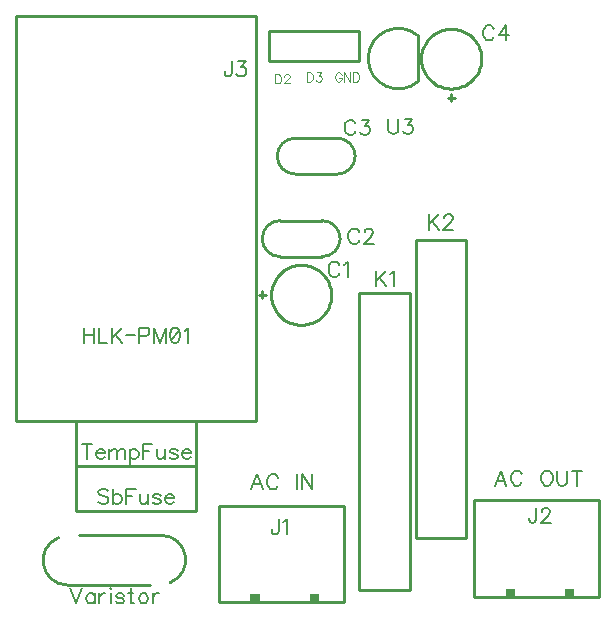
<source format=gbr>
G04 DipTrace 3.0.0.2*
G04 TopSilk.gbr*
%MOMM*%
G04 #@! TF.FileFunction,Legend,Top*
G04 #@! TF.Part,Single*
%ADD10C,0.25*%
%ADD63C,0.19608*%
%ADD64C,0.11765*%
%FSLAX35Y35*%
G04*
G71*
G90*
G75*
G01*
G04 TopSilk*
%LPD*%
X3084160Y3591827D2*
D10*
Y3651873D1*
X3054140Y3621850D2*
X3114118D1*
X3160223D2*
X3160841Y3639568D1*
X3162694Y3657200D1*
X3165771Y3674660D1*
X3170059Y3691862D1*
X3175535Y3708723D1*
X3182174Y3725161D1*
X3189943Y3741096D1*
X3198805Y3756449D1*
X3208715Y3771147D1*
X3219626Y3785118D1*
X3231485Y3798293D1*
X3244234Y3810609D1*
X3257810Y3822005D1*
X3272148Y3832426D1*
X3287178Y3841820D1*
X3302826Y3850144D1*
X3319017Y3857355D1*
X3335670Y3863418D1*
X3352707Y3868305D1*
X3370042Y3871991D1*
X3387592Y3874459D1*
X3405272Y3875695D1*
X3422994D1*
X3440674Y3874459D1*
X3458224Y3871991D1*
X3475560Y3868305D1*
X3492596Y3863418D1*
X3509250Y3857355D1*
X3525440Y3850144D1*
X3541088Y3841820D1*
X3556118Y3832426D1*
X3570456Y3822005D1*
X3584032Y3810609D1*
X3596781Y3798293D1*
X3608640Y3785118D1*
X3619551Y3771147D1*
X3629461Y3756449D1*
X3638323Y3741096D1*
X3646092Y3725161D1*
X3652731Y3708723D1*
X3658207Y3691862D1*
X3662495Y3674660D1*
X3665572Y3657200D1*
X3667425Y3639568D1*
X3668043Y3621850D1*
X3667425Y3604132D1*
X3665572Y3586500D1*
X3662495Y3569040D1*
X3658207Y3551838D1*
X3652731Y3534977D1*
X3646092Y3518539D1*
X3638323Y3502604D1*
X3629461Y3487251D1*
X3619551Y3472553D1*
X3608640Y3458582D1*
X3596781Y3445407D1*
X3584032Y3433091D1*
X3570456Y3421695D1*
X3556118Y3411274D1*
X3541088Y3401880D1*
X3525440Y3393556D1*
X3509250Y3386345D1*
X3492596Y3380282D1*
X3475560Y3375395D1*
X3458224Y3371709D1*
X3440674Y3369241D1*
X3422994Y3368005D1*
X3405272D1*
X3387592Y3369241D1*
X3370042Y3371709D1*
X3352707Y3375395D1*
X3335670Y3380282D1*
X3319017Y3386345D1*
X3302826Y3393556D1*
X3287178Y3401880D1*
X3272148Y3411274D1*
X3257810Y3421695D1*
X3244234Y3433091D1*
X3231485Y3445407D1*
X3219626Y3458582D1*
X3208715Y3472553D1*
X3198805Y3487251D1*
X3189943Y3502604D1*
X3182174Y3518539D1*
X3175535Y3534977D1*
X3170059Y3551838D1*
X3165771Y3569040D1*
X3162694Y3586500D1*
X3160841Y3604132D1*
X3160223Y3621850D1*
X3236411Y3945700D2*
X3591706D1*
X3236411Y4250500D2*
X3591706D1*
Y3945700D2*
G03X3591706Y4250500I152J152400D01*
G01*
X3236411D2*
G03X3236411Y3945700I-152J-152400D01*
G01*
X3363411Y4644200D2*
X3718706D1*
X3363411Y4949000D2*
X3718706D1*
Y4644200D2*
G03X3718706Y4949000I152J152400D01*
G01*
X3363411D2*
G03X3363411Y4644200I-152J-152400D01*
G01*
X4714081Y5292202D2*
X4654036D1*
X4684058Y5262182D2*
Y5322160D1*
X4430058Y5622175D2*
X4430677Y5639886D1*
X4432530Y5657512D1*
X4435609Y5674966D1*
X4439898Y5692162D1*
X4445377Y5709017D1*
X4452018Y5725449D1*
X4459790Y5741378D1*
X4468654Y5756727D1*
X4478568Y5771419D1*
X4489483Y5785385D1*
X4501346Y5798556D1*
X4514099Y5810867D1*
X4527680Y5822259D1*
X4542023Y5832676D1*
X4557058Y5842067D1*
X4572712Y5850388D1*
X4588908Y5857596D1*
X4605568Y5863658D1*
X4622610Y5868543D1*
X4639952Y5872228D1*
X4657508Y5874694D1*
X4675194Y5875930D1*
X4692923D1*
X4710609Y5874694D1*
X4728165Y5872228D1*
X4745507Y5868543D1*
X4762549Y5863658D1*
X4779209Y5857596D1*
X4795405Y5850388D1*
X4811058Y5842067D1*
X4826093Y5832676D1*
X4840436Y5822259D1*
X4854018Y5810867D1*
X4866771Y5798556D1*
X4878634Y5785385D1*
X4889549Y5771419D1*
X4899463Y5756727D1*
X4908327Y5741378D1*
X4916099Y5725449D1*
X4922740Y5709017D1*
X4928219Y5692162D1*
X4932508Y5674966D1*
X4935587Y5657512D1*
X4937440Y5639886D1*
X4938058Y5622175D1*
X4937440Y5604463D1*
X4935587Y5586837D1*
X4932508Y5569384D1*
X4928219Y5552187D1*
X4922740Y5535332D1*
X4916099Y5518900D1*
X4908327Y5502971D1*
X4899463Y5487623D1*
X4889549Y5472930D1*
X4878634Y5458964D1*
X4866771Y5445794D1*
X4854018Y5433482D1*
X4840436Y5422090D1*
X4826093Y5411673D1*
X4811058Y5402282D1*
X4795405Y5393961D1*
X4779209Y5386753D1*
X4762549Y5380691D1*
X4745507Y5375806D1*
X4728165Y5372122D1*
X4710609Y5369655D1*
X4692923Y5368419D1*
X4675194D1*
X4657508Y5369655D1*
X4639952Y5372122D1*
X4622610Y5375806D1*
X4605568Y5380691D1*
X4588908Y5386753D1*
X4572712Y5393961D1*
X4557058Y5402282D1*
X4542023Y5411673D1*
X4527680Y5422090D1*
X4514099Y5433482D1*
X4501346Y5445794D1*
X4489483Y5458964D1*
X4478568Y5472930D1*
X4468654Y5487623D1*
X4459790Y5502971D1*
X4452018Y5518900D1*
X4445377Y5535332D1*
X4439898Y5552187D1*
X4435609Y5569384D1*
X4432530Y5586837D1*
X4430677Y5604463D1*
X4430058Y5622175D1*
X3032522Y5984153D2*
Y2555153D1*
X1000522D1*
Y5984153D1*
X3032522D1*
X3694326Y1018433D2*
X2714568D1*
Y1838482D1*
X3774568D1*
Y1018433D1*
G36*
X3484446Y1086722D2*
X3564900D1*
Y1006705D1*
X3484446D1*
Y1086722D1*
G37*
G36*
X2984656D2*
X3065004D1*
Y1006705D1*
X2984656D1*
Y1086722D1*
G37*
X3674398Y1018433D2*
D10*
X3774568D1*
X5853593Y1065576D2*
X4873835D1*
Y1885625D1*
X5933835D1*
Y1065576D1*
G36*
X5643713Y1133865D2*
X5724167D1*
Y1053848D1*
X5643713D1*
Y1133865D1*
G37*
G36*
X5143923D2*
X5224271D1*
Y1053848D1*
X5143923D1*
Y1133865D1*
G37*
X5833665Y1065576D2*
D10*
X5933835D1*
X3143643Y5857166D2*
X3905547D1*
Y5603153D1*
X3143643D1*
Y5857166D1*
X4336642Y3640773D2*
Y1120773D1*
X3906642D1*
Y3640773D1*
X4336642D1*
X4813208Y4085000D2*
Y1565000D1*
X4383208D1*
Y4085000D1*
X4813208D1*
X2525520Y1793547D2*
X1507844D1*
Y2174547D2*
Y1793547D1*
X2525520Y2174547D2*
X1507844D1*
X2525520D2*
Y1793547D1*
Y2174507D2*
X1507844D1*
Y2555507D2*
Y2174507D1*
X2525520Y2555507D2*
X1507844D1*
X2525520D2*
Y2174507D1*
X4406290Y5430024D2*
G02X4406290Y5814176I-169086J192076D01*
G01*
Y5430024D1*
X1430046Y1165620D2*
X2133638D1*
X1530525Y1585620D2*
X2234117D1*
X2304561Y1185612D2*
G03X2234117Y1585620I-76765J192688D01*
G01*
X1359603Y1565628D2*
G03X1430046Y1165620I76765J-192688D01*
G01*
X3736874Y3872710D2*
D63*
X3730837Y3884783D1*
X3718624Y3896997D1*
X3706551Y3903033D1*
X3682264D1*
X3670051Y3896997D1*
X3657978Y3884783D1*
X3651801Y3872710D1*
X3645764Y3854460D1*
Y3823997D1*
X3651801Y3805887D1*
X3657978Y3793674D1*
X3670051Y3781601D1*
X3682264Y3775424D1*
X3706551D1*
X3718624Y3781601D1*
X3730837Y3793674D1*
X3736874Y3805887D1*
X3776089Y3878606D2*
X3788303Y3884783D1*
X3806553Y3902893D1*
Y3775424D1*
X3905469Y4152170D2*
X3899432Y4164243D1*
X3887219Y4176457D1*
X3875146Y4182493D1*
X3850859D1*
X3838646Y4176457D1*
X3826573Y4164243D1*
X3820396Y4152170D1*
X3814359Y4133920D1*
Y4103457D1*
X3820396Y4085347D1*
X3826573Y4073134D1*
X3838646Y4061061D1*
X3850859Y4054884D1*
X3875146D1*
X3887219Y4061061D1*
X3899432Y4073134D1*
X3905469Y4085347D1*
X3950861Y4152030D2*
Y4158066D1*
X3956898Y4170280D1*
X3962935Y4176316D1*
X3975148Y4182353D1*
X3999435D1*
X4011508Y4176316D1*
X4017544Y4170280D1*
X4023721Y4158066D1*
Y4145993D1*
X4017544Y4133780D1*
X4005471Y4115670D1*
X3944685Y4054884D1*
X4029758D1*
X3873729Y5072907D2*
X3867692Y5084980D1*
X3855479Y5097193D1*
X3843406Y5103230D1*
X3819119D1*
X3806906Y5097193D1*
X3794833Y5084980D1*
X3788656Y5072907D1*
X3782619Y5054657D1*
Y5024193D1*
X3788656Y5006084D1*
X3794833Y4993870D1*
X3806906Y4981797D1*
X3819119Y4975620D1*
X3843406D1*
X3855479Y4981797D1*
X3867692Y4993870D1*
X3873729Y5006084D1*
X3925158Y5103090D2*
X3991841D1*
X3955481Y5054517D1*
X3973731D1*
X3985804Y5048480D1*
X3991841Y5042443D1*
X3998018Y5024193D1*
Y5012120D1*
X3991841Y4993870D1*
X3979768Y4981657D1*
X3961518Y4975620D1*
X3943268D1*
X3925158Y4981657D1*
X3919121Y4987834D1*
X3912945Y4999907D1*
X5045451Y5872999D2*
X5039414Y5885072D1*
X5027201Y5897285D1*
X5015128Y5903322D1*
X4990841D1*
X4978628Y5897285D1*
X4966554Y5885072D1*
X4960378Y5872999D1*
X4954341Y5854749D1*
Y5824285D1*
X4960378Y5806175D1*
X4966554Y5793962D1*
X4978628Y5781889D1*
X4990841Y5775712D1*
X5015128D1*
X5027201Y5781889D1*
X5039414Y5793962D1*
X5045451Y5806175D1*
X5145453Y5775712D2*
Y5903181D1*
X5084666Y5818249D1*
X5175776D1*
X1573790Y3344390D2*
Y3216780D1*
X1658863Y3344390D2*
Y3216780D1*
X1573790Y3283603D2*
X1658863D1*
X1698079Y3344390D2*
Y3216780D1*
X1770938D1*
X1810154Y3344390D2*
Y3216780D1*
X1895227Y3344390D2*
X1810154Y3259317D1*
X1840477Y3289780D2*
X1895227Y3216780D1*
X1934443Y3280515D2*
X2004635D1*
X2043851Y3277567D2*
X2098601D1*
X2116710Y3283603D1*
X2122887Y3289780D1*
X2128924Y3301853D1*
Y3320103D1*
X2122887Y3332176D1*
X2116710Y3338353D1*
X2098601Y3344390D1*
X2043851D1*
Y3216780D1*
X2265286D2*
Y3344390D1*
X2216713Y3216780D1*
X2168140Y3344390D1*
Y3216780D1*
X2341001Y3344250D2*
X2322751Y3338213D1*
X2310538Y3319963D1*
X2304501Y3289640D1*
Y3271390D1*
X2310538Y3241067D1*
X2322751Y3222817D1*
X2341001Y3216780D1*
X2353074D1*
X2371324Y3222817D1*
X2383398Y3241067D1*
X2389574Y3271390D1*
Y3289640D1*
X2383398Y3319963D1*
X2371324Y3338213D1*
X2353074Y3344250D1*
X2341001D1*
X2383398Y3319963D2*
X2310538Y3241067D1*
X2428790Y3319963D2*
X2441004Y3326140D1*
X2459254Y3344250D1*
Y3216780D1*
X3224249Y1722845D2*
Y1625699D1*
X3218212Y1607449D1*
X3212035Y1601412D1*
X3199962Y1595235D1*
X3187749D1*
X3175676Y1601412D1*
X3169639Y1607449D1*
X3163462Y1625699D1*
Y1637772D1*
X3263464Y1698418D2*
X3275678Y1704595D1*
X3293928Y1722705D1*
Y1595235D1*
X5403834Y1817612D2*
Y1720465D1*
X5397797Y1702215D1*
X5391621Y1696179D1*
X5379547Y1690002D1*
X5367334D1*
X5355261Y1696179D1*
X5349224Y1702215D1*
X5343047Y1720465D1*
Y1732539D1*
X5449227Y1787148D2*
Y1793185D1*
X5455263Y1805398D1*
X5461300Y1811435D1*
X5473513Y1817471D1*
X5497800D1*
X5509873Y1811435D1*
X5515909Y1805398D1*
X5522086Y1793185D1*
Y1781112D1*
X5515909Y1768898D1*
X5503836Y1750789D1*
X5443050Y1690002D1*
X5528123D1*
X2826157Y5598623D2*
Y5501477D1*
X2820121Y5483227D1*
X2813944Y5477191D1*
X2801871Y5471014D1*
X2789657D1*
X2777584Y5477191D1*
X2771548Y5483227D1*
X2765371Y5501477D1*
Y5513550D1*
X2877586Y5598483D2*
X2944269D1*
X2907910Y5549910D1*
X2926160D1*
X2938233Y5543873D1*
X2944269Y5537837D1*
X2950446Y5519587D1*
Y5507514D1*
X2944269Y5489264D1*
X2932196Y5477050D1*
X2913946Y5471014D1*
X2895696D1*
X2877586Y5477050D1*
X2871550Y5483227D1*
X2865373Y5495300D1*
X4044266Y3826760D2*
Y3699150D1*
X4129339Y3826760D2*
X4044266Y3741687D1*
X4074589Y3772150D2*
X4129339Y3699150D1*
X4168554Y3802333D2*
X4180768Y3808510D1*
X4199018Y3826620D1*
Y3699150D1*
X4493528Y4302740D2*
Y4175130D1*
X4578601Y4302740D2*
X4493528Y4217667D1*
X4523851Y4248130D2*
X4578601Y4175130D1*
X4623993Y4272276D2*
Y4278313D1*
X4630030Y4290526D1*
X4636066Y4296563D1*
X4648280Y4302600D1*
X4672566D1*
X4684639Y4296563D1*
X4690676Y4290526D1*
X4696853Y4278313D1*
Y4266240D1*
X4690676Y4254026D1*
X4678603Y4235917D1*
X4617816Y4175130D1*
X4702889D1*
X1781978Y1961283D2*
X1769905Y1973497D1*
X1751655Y1979533D1*
X1727369D1*
X1709119Y1973497D1*
X1696905Y1961283D1*
Y1949210D1*
X1703082Y1936997D1*
X1709119Y1930960D1*
X1721192Y1924924D1*
X1757692Y1912710D1*
X1769905Y1906674D1*
X1775942Y1900497D1*
X1781978Y1888424D1*
Y1870174D1*
X1769905Y1858101D1*
X1751655Y1851924D1*
X1727369D1*
X1709119Y1858101D1*
X1696905Y1870174D1*
X1821194Y1979533D2*
Y1851924D1*
Y1918747D2*
X1833407Y1930960D1*
X1845480Y1936997D1*
X1863730D1*
X1875803Y1930960D1*
X1888017Y1918747D1*
X1894053Y1900497D1*
Y1888424D1*
X1888017Y1870174D1*
X1875803Y1858101D1*
X1863730Y1851924D1*
X1845480D1*
X1833407Y1858101D1*
X1821194Y1870174D1*
X2012306Y1979533D2*
X1933269D1*
Y1851924D1*
Y1918747D2*
X1981842D1*
X2051521Y1936997D2*
Y1876210D1*
X2057558Y1858101D1*
X2069771Y1851924D1*
X2088021D1*
X2100094Y1858101D1*
X2118344Y1876210D1*
Y1936997D2*
Y1851924D1*
X2224383Y1918747D2*
X2218347Y1930960D1*
X2200097Y1936997D1*
X2181847D1*
X2163597Y1930960D1*
X2157560Y1918747D1*
X2163597Y1906674D1*
X2175810Y1900497D1*
X2206133Y1894460D1*
X2218347Y1888424D1*
X2224383Y1876210D1*
Y1870174D1*
X2218347Y1858101D1*
X2200097Y1851924D1*
X2181847D1*
X2163597Y1858101D1*
X2157560Y1870174D1*
X2263599Y1900497D2*
X2336458D1*
Y1912710D1*
X2330422Y1924924D1*
X2324385Y1930960D1*
X2312172Y1936997D1*
X2293922D1*
X2281849Y1930960D1*
X2269635Y1918747D1*
X2263599Y1900497D1*
Y1888424D1*
X2269635Y1870174D1*
X2281849Y1858101D1*
X2293922Y1851924D1*
X2312172D1*
X2324385Y1858101D1*
X2336458Y1870174D1*
X1596833Y2360493D2*
Y2232884D1*
X1554296Y2360493D2*
X1639369D1*
X1678585Y2281457D2*
X1751444D1*
Y2293670D1*
X1745408Y2305884D1*
X1739371Y2311920D1*
X1727158Y2317957D1*
X1708908D1*
X1696835Y2311920D1*
X1684621Y2299707D1*
X1678585Y2281457D1*
Y2269384D1*
X1684621Y2251134D1*
X1696835Y2239061D1*
X1708908Y2232884D1*
X1727158D1*
X1739371Y2239061D1*
X1751444Y2251134D1*
X1790660Y2317957D2*
Y2232884D1*
Y2293670D2*
X1808910Y2311920D1*
X1821124Y2317957D1*
X1839233D1*
X1851447Y2311920D1*
X1857483Y2293670D1*
Y2232884D1*
Y2293670D2*
X1875733Y2311920D1*
X1887947Y2317957D1*
X1906056D1*
X1918270Y2311920D1*
X1924447Y2293670D1*
Y2232884D1*
X1963662Y2317957D2*
Y2190347D1*
Y2299707D2*
X1975876Y2311780D1*
X1987949Y2317957D1*
X2006199D1*
X2018412Y2311780D1*
X2030485Y2299707D1*
X2036662Y2281457D1*
Y2269243D1*
X2030485Y2251134D1*
X2018412Y2238920D1*
X2006199Y2232884D1*
X1987949D1*
X1975876Y2238920D1*
X1963662Y2251134D1*
X2154915Y2360493D2*
X2075878D1*
Y2232884D1*
Y2299707D2*
X2124451D1*
X2194130Y2317957D2*
Y2257170D1*
X2200167Y2239061D1*
X2212380Y2232884D1*
X2230630D1*
X2242703Y2239061D1*
X2260953Y2257170D1*
Y2317957D2*
Y2232884D1*
X2366992Y2299707D2*
X2360956Y2311920D1*
X2342706Y2317957D1*
X2324456D1*
X2306206Y2311920D1*
X2300169Y2299707D1*
X2306206Y2287634D1*
X2318419Y2281457D1*
X2348742Y2275420D1*
X2360956Y2269384D1*
X2366992Y2257170D1*
Y2251134D1*
X2360956Y2239061D1*
X2342706Y2232884D1*
X2324456D1*
X2306206Y2239061D1*
X2300169Y2251134D1*
X2406208Y2281457D2*
X2479067D1*
Y2293670D1*
X2473031Y2305884D1*
X2466994Y2311920D1*
X2454781Y2317957D1*
X2436531D1*
X2424458Y2311920D1*
X2412244Y2299707D1*
X2406208Y2281457D1*
Y2269384D1*
X2412244Y2251134D1*
X2424458Y2239061D1*
X2436531Y2232884D1*
X2454781D1*
X2466994Y2239061D1*
X2479067Y2251134D1*
X4152578Y5111524D2*
Y5020414D1*
X4158614Y5002164D1*
X4170828Y4990091D1*
X4189078Y4983914D1*
X4201151D1*
X4219401Y4990091D1*
X4231614Y5002164D1*
X4237651Y5020414D1*
Y5111524D1*
X4289080Y5111383D2*
X4355762D1*
X4319403Y5062810D1*
X4337653D1*
X4349726Y5056774D1*
X4355762Y5050737D1*
X4361939Y5032487D1*
Y5020414D1*
X4355762Y5002164D1*
X4343689Y4989951D1*
X4325439Y4983914D1*
X4307189D1*
X4289080Y4989951D1*
X4283043Y4996128D1*
X4276866Y5008201D1*
X1457787Y1136607D2*
X1506361Y1008997D1*
X1554934Y1136607D1*
X1667009Y1094070D2*
Y1008997D1*
Y1075820D2*
X1654936Y1088034D1*
X1642722Y1094070D1*
X1624613D1*
X1612399Y1088034D1*
X1600326Y1075820D1*
X1594149Y1057570D1*
Y1045497D1*
X1600326Y1027247D1*
X1612399Y1015174D1*
X1624613Y1008997D1*
X1642722D1*
X1654936Y1015174D1*
X1667009Y1027247D1*
X1706225Y1094070D2*
Y1008997D1*
Y1057570D2*
X1712402Y1075820D1*
X1724475Y1088034D1*
X1736688Y1094070D1*
X1754938D1*
X1794154Y1136607D2*
X1800190Y1130570D1*
X1806367Y1136607D1*
X1800190Y1142784D1*
X1794154Y1136607D1*
X1800190Y1094070D2*
Y1008997D1*
X1912406Y1075820D2*
X1906369Y1088034D1*
X1888119Y1094070D1*
X1869869D1*
X1851619Y1088034D1*
X1845583Y1075820D1*
X1851619Y1063747D1*
X1863833Y1057570D1*
X1894156Y1051534D1*
X1906369Y1045497D1*
X1912406Y1033284D1*
Y1027247D1*
X1906369Y1015174D1*
X1888119Y1008997D1*
X1869869D1*
X1851619Y1015174D1*
X1845583Y1027247D1*
X1969872Y1136607D2*
Y1033284D1*
X1975908Y1015174D1*
X1988122Y1008997D1*
X2000195D1*
X1951622Y1094070D2*
X1994158D1*
X2069733D2*
X2057660Y1088034D1*
X2045447Y1075820D1*
X2039410Y1057570D1*
Y1045497D1*
X2045447Y1027247D1*
X2057660Y1015174D1*
X2069733Y1008997D1*
X2087983D1*
X2100197Y1015174D1*
X2112270Y1027247D1*
X2118447Y1045497D1*
Y1057570D1*
X2112270Y1075820D1*
X2100197Y1088034D1*
X2087983Y1094070D1*
X2069733D1*
X2157663D2*
Y1008997D1*
Y1057570D2*
X2163840Y1075820D1*
X2175913Y1088034D1*
X2188126Y1094070D1*
X2206376D1*
X3088592Y1974785D2*
X3039879Y2102395D1*
X2991306Y1974785D1*
X3009556Y2017322D2*
X3070342D1*
X3218918Y2072072D2*
X3212881Y2084145D1*
X3200668Y2096358D1*
X3188594Y2102395D1*
X3164308D1*
X3152094Y2096358D1*
X3140021Y2084145D1*
X3133844Y2072072D1*
X3127808Y2053822D1*
Y2023358D1*
X3133844Y2005249D1*
X3140021Y1993035D1*
X3152094Y1980962D1*
X3164308Y1974785D1*
X3188594D1*
X3200668Y1980962D1*
X3212881Y1993035D1*
X3218918Y2005249D1*
X3381580Y2102395D2*
Y1974785D1*
X3505868Y2102395D2*
Y1974785D1*
X3420795Y2102395D1*
Y1974785D1*
X3193964Y5488878D2*
D64*
Y5412313D1*
X3219486D1*
X3230436Y5416019D1*
X3237764Y5423263D1*
X3241386Y5430591D1*
X3245008Y5441456D1*
Y5459734D1*
X3241386Y5470684D1*
X3237764Y5477928D1*
X3230436Y5485256D1*
X3219486Y5488878D1*
X3193964D1*
X3272244Y5470600D2*
Y5474222D1*
X3275865Y5481550D1*
X3279487Y5485172D1*
X3286815Y5488794D1*
X3301387D1*
X3308631Y5485172D1*
X3312253Y5481550D1*
X3315959Y5474222D1*
Y5466978D1*
X3312253Y5459650D1*
X3305009Y5448784D1*
X3268537Y5412313D1*
X3319581D1*
X3463837Y5504752D2*
Y5428186D1*
X3489359D1*
X3500309Y5431892D1*
X3507637Y5439136D1*
X3511259Y5446464D1*
X3514881Y5457330D1*
Y5475608D1*
X3511259Y5486558D1*
X3507637Y5493802D1*
X3500309Y5501130D1*
X3489359Y5504752D1*
X3463837D1*
X3545739Y5504667D2*
X3585748D1*
X3563933Y5475524D1*
X3574883D1*
X3582126Y5471902D1*
X3585748Y5468280D1*
X3589455Y5457330D1*
Y5450086D1*
X3585748Y5439136D1*
X3578505Y5431808D1*
X3567555Y5428186D1*
X3556605D1*
X3545739Y5431808D1*
X3542117Y5435514D1*
X3538411Y5442758D1*
X3756627Y5486558D2*
X3753005Y5493802D1*
X3745677Y5501130D1*
X3738433Y5504752D1*
X3723861D1*
X3716533Y5501130D1*
X3709289Y5493802D1*
X3705583Y5486558D1*
X3701961Y5475608D1*
Y5457330D1*
X3705583Y5446464D1*
X3709289Y5439136D1*
X3716533Y5431892D1*
X3723861Y5428186D1*
X3738433D1*
X3745677Y5431892D1*
X3753005Y5439136D1*
X3756627Y5446464D1*
Y5457330D1*
X3738433D1*
X3831200Y5504752D2*
Y5428186D1*
X3780156Y5504752D1*
Y5428186D1*
X3854729Y5504752D2*
Y5428186D1*
X3880251D1*
X3891201Y5431892D1*
X3898529Y5439136D1*
X3902151Y5446464D1*
X3905773Y5457330D1*
Y5475608D1*
X3902151Y5486558D1*
X3898529Y5493802D1*
X3891201Y5501130D1*
X3880251Y5504752D1*
X3854729D1*
X5152126Y2006532D2*
D63*
X5103412Y2134142D1*
X5054839Y2006532D1*
X5073089Y2049069D2*
X5133876D1*
X5282451Y2103819D2*
X5276414Y2115892D1*
X5264201Y2128105D1*
X5252128Y2134142D1*
X5227841D1*
X5215628Y2128105D1*
X5203555Y2115892D1*
X5197378Y2103819D1*
X5191341Y2085569D1*
Y2055105D1*
X5197378Y2036995D1*
X5203555Y2024782D1*
X5215628Y2012709D1*
X5227841Y2006532D1*
X5252128D1*
X5264201Y2012709D1*
X5276414Y2024782D1*
X5282451Y2036995D1*
X5481613Y2134142D2*
X5469400Y2128105D1*
X5457326Y2115892D1*
X5451150Y2103819D1*
X5445113Y2085569D1*
Y2055105D1*
X5451150Y2036995D1*
X5457326Y2024782D1*
X5469400Y2012709D1*
X5481613Y2006532D1*
X5505900D1*
X5517973Y2012709D1*
X5530186Y2024782D1*
X5536223Y2036995D1*
X5542259Y2055105D1*
Y2085569D1*
X5536223Y2103819D1*
X5530186Y2115892D1*
X5517973Y2128105D1*
X5505900Y2134142D1*
X5481613D1*
X5581475D2*
Y2043032D1*
X5587511Y2024782D1*
X5599725Y2012709D1*
X5617975Y2006532D1*
X5630048D1*
X5648298Y2012709D1*
X5660511Y2024782D1*
X5666548Y2043032D1*
Y2134142D1*
X5748300D2*
Y2006532D1*
X5705764Y2134142D2*
X5790837D1*
M02*

</source>
